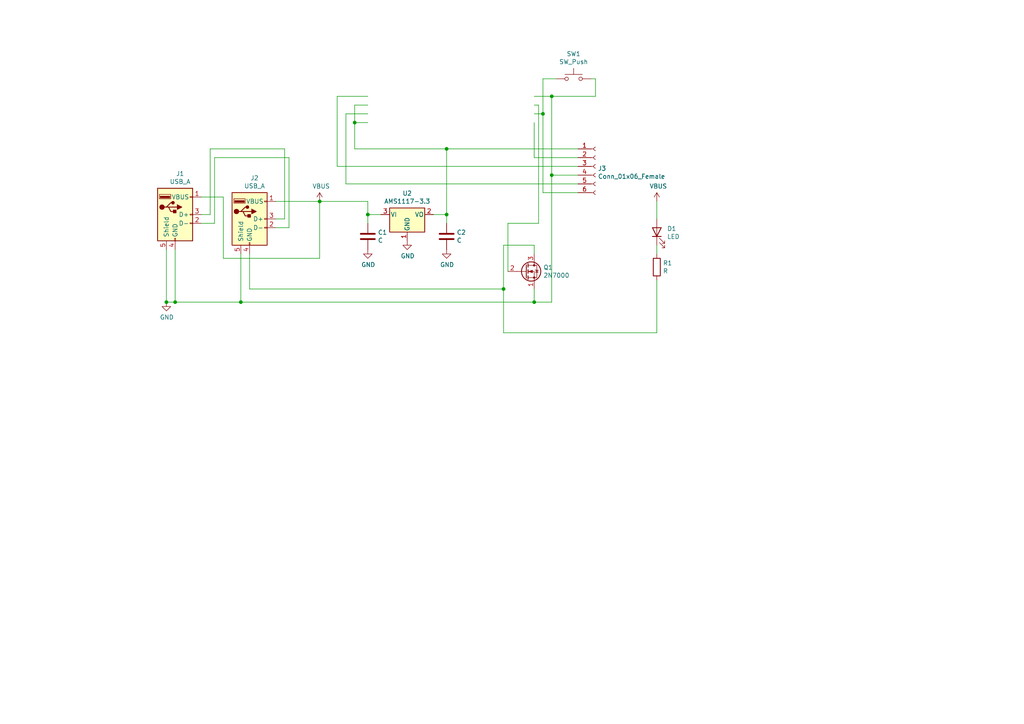
<source format=kicad_sch>
(kicad_sch (version 20211123) (generator eeschema)
  (paper "A4")
  (title_block (title "Tasmota-Micro") (date "2020-02-04") (rev "0.0.3"))
  (lib_symbols
    (symbol "Connector:Conn_01x06_Female" (pin_names (offset 1.016) hide)
      (property "Reference" "J" (at 0 7.62 0))
      (property "Value" "Conn_01x06_Female" (at 0 -10.16 0))
      (symbol "Conn_01x06_Female_1_1"
        (arc (start 0 -7.112) (mid -0.508 -7.62) (end 0 -8.128) (stroke (width 0.1524)))
        (arc (start 0 -4.572) (mid -0.508 -5.08) (end 0 -5.588) (stroke (width 0.1524)))
        (arc (start 0 -2.032) (mid -0.508 -2.54) (end 0 -3.048) (stroke (width 0.1524)))
        (polyline (pts (xy -1.27 -7.62) (xy -0.508 -7.62)) (stroke (width 0.1524)))
        (polyline (pts (xy -1.27 -5.08) (xy -0.508 -5.08)) (stroke (width 0.1524)))
        (polyline (pts (xy -1.27 -2.54) (xy -0.508 -2.54)) (stroke (width 0.1524)))
        (polyline (pts (xy -1.27 0) (xy -0.508 0)) (stroke (width 0.1524)))
        (polyline (pts (xy -1.27 2.54) (xy -0.508 2.54)) (stroke (width 0.1524)))
        (polyline (pts (xy -1.27 5.08) (xy -0.508 5.08)) (stroke (width 0.1524)))
        (arc (start 0 0.508) (mid -0.508 0) (end 0 -0.508) (stroke (width 0.1524)))
        (arc (start 0 3.048) (mid -0.508 2.54) (end 0 2.032) (stroke (width 0.1524)))
        (arc (start 0 5.588) (mid -0.508 5.08) (end 0 4.572) (stroke (width 0.1524)))
        (pin passive line (at -5.08 5.08 0) (length 3.81) (name "Pin_1") (number "1"))
        (pin passive line (at -5.08 2.54 0) (length 3.81) (name "Pin_2") (number "2"))
        (pin passive line (at -5.08 0 0) (length 3.81) (name "Pin_3") (number "3"))
        (pin passive line (at -5.08 -2.54 0) (length 3.81) (name "Pin_4") (number "4"))
        (pin passive line (at -5.08 -5.08 0) (length 3.81) (name "Pin_5") (number "5"))
        (pin passive line (at -5.08 -7.62 0) (length 3.81) (name "Pin_6") (number "6"))
      )
    )
    (symbol "Connector:USB_A" (pin_names (offset 1.016))
      (property "Reference" "J" (at -5.08 11.43 0))
      (property "Value" "USB_A" (at -5.08 8.89 0))
      (symbol "USB_A_0_1"
        (rectangle (start -5.08 -7.62) (end 5.08 7.62) (stroke (width 0.254)) (fill (type background)))
        (circle (center -3.81 2.159) (radius 0.635) (stroke (width 0.254)) (fill (type outline)))
        (rectangle (start -1.524 4.826) (end -4.318 5.334) (fill (type outline)))
        (rectangle (start -1.27 4.572) (end -4.572 5.842))
        (circle (center -0.635 3.429) (radius 0.381) (stroke (width 0.254)) (fill (type outline)))
        (rectangle (start -0.127 -7.62) (end 0.127 -6.858))
        (polyline (pts (xy -3.175 2.159) (xy -2.54 2.159) (xy -1.27 3.429) (xy -0.635 3.429)) (stroke (width 0.254)))
        (polyline (pts (xy -2.54 2.159) (xy -1.905 2.159) (xy -1.27 0.889) (xy 0 0.889)) (stroke (width 0.254)))
        (polyline (pts (xy 0.635 2.794) (xy 0.635 1.524) (xy 1.905 2.159) (xy 0.635 2.794)) (stroke (width 0.254)) (fill (type outline)))
        (rectangle (start 0.254 1.27) (end -0.508 0.508) (stroke (width 0.254)) (fill (type outline)))
        (rectangle (start 5.08 -2.667) (end 4.318 -2.413))
        (rectangle (start 5.08 -0.127) (end 4.318 0.127))
        (rectangle (start 5.08 4.953) (end 4.318 5.207))
      )
      (symbol "USB_A_1_1"
        (polyline (pts (xy -1.905 2.159) (xy 0.635 2.159)) (stroke (width 0.254)))
        (pin power_in line (at 7.62 5.08 180) (length 2.54) (name "VBUS") (number "1"))
        (pin bidirectional line (at 7.62 -2.54 180) (length 2.54) (name "D-") (number "2"))
        (pin bidirectional line (at 7.62 0 180) (length 2.54) (name "D+") (number "3"))
        (pin power_in line (at 0 -10.16 90) (length 2.54) (name "GND") (number "4"))
        (pin passive line (at -2.54 -10.16 90) (length 2.54) (name "Shield") (number "5"))
      )
    )
    (symbol "Device:C" (pin_numbers hide) (pin_names (offset 0.254))
      (property "Reference" "C" (at 0.635 2.54 0))
      (property "Value" "C" (at 0.635 -2.54 0))
      (symbol "C_0_1"
        (polyline (pts (xy -2.032 -0.762) (xy 2.032 -0.762)) (stroke (width 0.508)))
        (polyline (pts (xy -2.032 0.762) (xy 2.032 0.762)) (stroke (width 0.508)))
      )
      (symbol "C_1_1"
        (pin passive line (at 0 3.81 270) (length 2.794) (name "~") (number "1"))
        (pin passive line (at 0 -3.81 90) (length 2.794) (name "~") (number "2"))
      )
    )
    (symbol "Device:LED" (pin_numbers hide) (pin_names (offset 1.016) hide)
      (property "Reference" "D" (at 0 2.54 0))
      (property "Value" "LED" (at 0 -2.54 0))
      (symbol "LED_0_1"
        (polyline (pts (xy -1.27 -1.27) (xy -1.27 1.27)) (stroke (width 0.254)))
        (polyline (pts (xy -1.27 0) (xy 1.27 0)))
        (polyline (pts (xy 1.27 -1.27) (xy 1.27 1.27) (xy -1.27 0) (xy 1.27 -1.27)) (stroke (width 0.254)))
        (polyline (pts (xy -3.048 -0.762) (xy -4.572 -2.286) (xy -3.81 -2.286) (xy -4.572 -2.286) (xy -4.572 -1.524)))
        (polyline (pts (xy -1.778 -0.762) (xy -3.302 -2.286) (xy -2.54 -2.286) (xy -3.302 -2.286) (xy -3.302 -1.524)))
      )
      (symbol "LED_1_1"
        (pin passive line (at -3.81 0 0) (length 2.54) (name "K") (number "1"))
        (pin passive line (at 3.81 0 180) (length 2.54) (name "A") (number "2"))
      )
    )
    (symbol "Device:R" (pin_numbers hide) (pin_names (offset 0))
      (property "Reference" "R" (at 2.032 0 90))
      (property "Value" "R" (at 0 0 90))
      (symbol "R_0_1"
        (rectangle (start -1.016 -2.54) (end 1.016 2.54) (stroke (width 0.254)))
      )
      (symbol "R_1_1"
        (pin passive line (at 0 3.81 270) (length 1.27) (name "~") (number "1"))
        (pin passive line (at 0 -3.81 90) (length 1.27) (name "~") (number "2"))
      )
    )
    (symbol "Regulator_Linear:AMS1117-3.3" (pin_names (offset 0.254))
      (property "Reference" "U" (at -3.81 3.175 0))
      (property "Value" "AMS1117-3.3" (at 0 3.175 0))
      (symbol "AMS1117-3.3_0_1"
        (rectangle (start -5.08 -5.08) (end 5.08 1.905) (stroke (width 0.254)) (fill (type background)))
      )
      (symbol "AMS1117-3.3_1_1"
        (pin power_in line (at 0 -7.62 90) (length 2.54) (name "GND") (number "1"))
        (pin power_out line (at 7.62 0 180) (length 2.54) (name "VO") (number "2"))
        (pin power_in line (at -7.62 0 0) (length 2.54) (name "VI") (number "3"))
      )
    )
    (symbol "Switch:SW_Push" (pin_numbers hide) (pin_names (offset 1.016) hide)
      (property "Reference" "SW" (at 1.27 2.54 0))
      (property "Value" "SW_Push" (at 0 -1.524 0))
      (symbol "SW_Push_0_1"
        (circle (center -2.032 0) (radius 0.508))
        (polyline (pts (xy 0 1.27) (xy 0 3.048)))
        (polyline (pts (xy 2.54 1.27) (xy -2.54 1.27)))
        (circle (center 2.032 0) (radius 0.508))
        (pin passive line (at -5.08 0 0) (length 2.54) (name "1") (number "1"))
        (pin passive line (at 5.08 0 180) (length 2.54) (name "2") (number "2"))
      )
    )
    (symbol "Transistor_FET:2N7000" (pin_names hide)
      (property "Reference" "Q" (at 5.08 1.905 0))
      (property "Value" "2N7000" (at 5.08 0 0))
      (symbol "2N7000_0_1"
        (polyline (pts (xy 0.254 0) (xy -2.54 0)))
        (polyline (pts (xy 0.254 1.905) (xy 0.254 -1.905)) (stroke (width 0.254)))
        (polyline (pts (xy 0.762 -1.27) (xy 0.762 -2.286)) (stroke (width 0.254)))
        (polyline (pts (xy 0.762 0.508) (xy 0.762 -0.508)) (stroke (width 0.254)))
        (polyline (pts (xy 0.762 2.286) (xy 0.762 1.27)) (stroke (width 0.254)))
        (polyline (pts (xy 2.54 2.54) (xy 2.54 1.778)))
        (polyline (pts (xy 2.54 -2.54) (xy 2.54 0) (xy 0.762 0)))
        (polyline (pts (xy 0.762 -1.778) (xy 3.302 -1.778) (xy 3.302 1.778) (xy 0.762 1.778)))
        (polyline (pts (xy 1.016 0) (xy 2.032 0.381) (xy 2.032 -0.381) (xy 1.016 0)) (fill (type outline)))
        (polyline (pts (xy 2.794 0.508) (xy 2.921 0.381) (xy 3.683 0.381) (xy 3.81 0.254)))
        (polyline (pts (xy 3.302 0.381) (xy 2.921 -0.254) (xy 3.683 -0.254) (xy 3.302 0.381)))
        (circle (center 1.651 0) (radius 2.794) (stroke (width 0.254)))
        (circle (center 2.54 -1.778) (radius 0.254) (fill (type outline)))
        (circle (center 2.54 1.778) (radius 0.254) (fill (type outline)))
      )
      (symbol "2N7000_1_1"
        (pin passive line (at 2.54 -5.08 90) (length 2.54) (name "S") (number "1"))
        (pin input line (at -5.08 0 0) (length 2.54) (name "G") (number "2"))
        (pin passive line (at 2.54 5.08 270) (length 2.54) (name "D") (number "3"))
      )
    )
    (symbol "power:GND" (power) (pin_names (offset 0))
      (property "Value" "GND" (at 0 -3.81 0))
      (symbol "GND_0_1"
        (polyline (pts (xy 0 0) (xy 0 -1.27) (xy 1.27 -1.27) (xy 0 -2.54) (xy -1.27 -1.27) (xy 0 -1.27)))
      )
      (symbol "GND_1_1"
        (pin power_in line (at 0 0 270) (length 0) hide (name "GND") (number "1"))
      )
    )
    (symbol "power:VBUS" (power) (pin_names (offset 0))
      (property "Value" "VBUS" (at 0 3.81 0))
      (symbol "VBUS_0_1"
        (polyline (pts (xy -0.762 1.27) (xy 0 2.54)))
        (polyline (pts (xy 0 0) (xy 0 2.54)))
        (polyline (pts (xy 0 2.54) (xy 0.762 1.27)))
      )
      (symbol "VBUS_1_1"
        (pin power_in line (at 0 0 90) (length 0) hide (name "VBUS") (number "1"))
      )
    )
  )
  (junction (at 129.54 43.18))
  (junction (at 69.85 87.63))
  (junction (at 154.94 87.63))
  (junction (at 160.02 27.94))
  (junction (at 129.54 62.23))
  (junction (at 50.8 87.63))
  (junction (at 157.48 33.02))
  (junction (at 48.26 87.63))
  (junction (at 106.68 62.23))
  (junction (at 160.02 50.8))
  (junction (at 146.05 83.82))
  (junction (at 102.87 35.56))
  (junction (at 92.71 58.42))
  (wire (pts (xy 167.64 48.26) (xy 97.79 48.26)))
  (wire (pts (xy 72.39 73.66) (xy 72.39 83.82)))
  (wire (pts (xy 106.68 62.23) (xy 106.68 64.77)))
  (wire (pts (xy 58.42 57.15) (xy 64.77 57.15)))
  (wire (pts (xy 157.48 22.86) (xy 161.29 22.86)))
  (wire (pts (xy 160.02 50.8) (xy 160.02 87.63)))
  (wire (pts (xy 102.87 30.48) (xy 102.87 35.56)))
  (wire (pts (xy 146.05 71.12) (xy 154.94 71.12)))
  (wire (pts (xy 100.33 53.34) (xy 167.64 53.34)))
  (wire (pts (xy 110.49 62.23) (xy 106.68 62.23)))
  (wire (pts (xy 83.82 45.72) (xy 62.23 45.72)))
  (wire (pts (xy 157.48 33.02) (xy 157.48 55.88)))
  (wire (pts (xy 102.87 43.18) (xy 129.54 43.18)))
  (wire (pts (xy 147.32 64.77) (xy 147.32 78.74)))
  (wire (pts (xy 154.94 33.02) (xy 157.48 33.02)))
  (wire (pts (xy 102.87 43.18) (xy 102.87 35.56)))
  (wire (pts (xy 167.64 45.72) (xy 154.94 45.72)))
  (wire (pts (xy 154.94 30.48) (xy 156.21 30.48)))
  (wire (pts (xy 64.77 74.93) (xy 92.71 74.93)))
  (wire (pts (xy 62.23 64.77) (xy 58.42 64.77)))
  (wire (pts (xy 160.02 27.94) (xy 160.02 50.8)))
  (wire (pts (xy 69.85 87.63) (xy 50.8 87.63)))
  (wire (pts (xy 156.21 64.77) (xy 147.32 64.77)))
  (wire (pts (xy 190.5 73.66) (xy 190.5 71.12)))
  (wire (pts (xy 102.87 35.56) (xy 106.68 35.56)))
  (wire (pts (xy 58.42 62.23) (xy 60.96 62.23)))
  (wire (pts (xy 167.64 50.8) (xy 160.02 50.8)))
  (wire (pts (xy 97.79 48.26) (xy 97.79 27.94)))
  (wire (pts (xy 190.5 81.28) (xy 190.5 96.52)))
  (wire (pts (xy 62.23 45.72) (xy 62.23 64.77)))
  (wire (pts (xy 69.85 87.63) (xy 154.94 87.63)))
  (wire (pts (xy 157.48 22.86) (xy 157.48 33.02)))
  (wire (pts (xy 156.21 30.48) (xy 156.21 64.77)))
  (wire (pts (xy 60.96 43.18) (xy 82.55 43.18)))
  (wire (pts (xy 146.05 83.82) (xy 146.05 71.12)))
  (wire (pts (xy 92.71 58.42) (xy 106.68 58.42)))
  (wire (pts (xy 129.54 62.23) (xy 129.54 43.18)))
  (wire (pts (xy 154.94 27.94) (xy 160.02 27.94)))
  (wire (pts (xy 69.85 73.66) (xy 69.85 87.63)))
  (wire (pts (xy 129.54 62.23) (xy 125.73 62.23)))
  (wire (pts (xy 92.71 58.42) (xy 80.01 58.42)))
  (wire (pts (xy 167.64 43.18) (xy 129.54 43.18)))
  (wire (pts (xy 106.68 30.48) (xy 102.87 30.48)))
  (wire (pts (xy 50.8 87.63) (xy 48.26 87.63)))
  (wire (pts (xy 97.79 27.94) (xy 106.68 27.94)))
  (wire (pts (xy 72.39 83.82) (xy 146.05 83.82)))
  (wire (pts (xy 129.54 64.77) (xy 129.54 62.23)))
  (wire (pts (xy 100.33 33.02) (xy 100.33 53.34)))
  (wire (pts (xy 160.02 87.63) (xy 154.94 87.63)))
  (wire (pts (xy 60.96 62.23) (xy 60.96 43.18)))
  (wire (pts (xy 92.71 74.93) (xy 92.71 58.42)))
  (wire (pts (xy 172.72 27.94) (xy 160.02 27.94)))
  (wire (pts (xy 154.94 45.72) (xy 154.94 35.56)))
  (wire (pts (xy 48.26 72.39) (xy 48.26 87.63)))
  (wire (pts (xy 167.64 55.88) (xy 157.48 55.88)))
  (wire (pts (xy 80.01 66.04) (xy 83.82 66.04)))
  (wire (pts (xy 154.94 71.12) (xy 154.94 73.66)))
  (wire (pts (xy 106.68 62.23) (xy 106.68 58.42)))
  (wire (pts (xy 146.05 96.52) (xy 146.05 83.82)))
  (wire (pts (xy 171.45 22.86) (xy 172.72 22.86)))
  (wire (pts (xy 190.5 96.52) (xy 146.05 96.52)))
  (wire (pts (xy 64.77 57.15) (xy 64.77 74.93)))
  (wire (pts (xy 154.94 83.82) (xy 154.94 87.63)))
  (wire (pts (xy 82.55 63.5) (xy 80.01 63.5)))
  (wire (pts (xy 190.5 58.42) (xy 190.5 63.5)))
  (wire (pts (xy 82.55 43.18) (xy 82.55 63.5)))
  (wire (pts (xy 100.33 33.02) (xy 106.68 33.02)))
  (wire (pts (xy 172.72 22.86) (xy 172.72 27.94)))
  (wire (pts (xy 50.8 72.39) (xy 50.8 87.63)))
  (wire (pts (xy 83.82 66.04) (xy 83.82 45.72)))
  (symbol (lib_id "Connector:USB_A") (at 50.8 62.23 0) (unit 1)
    (property "Reference" "J1" (at 52.2478 50.3682 0))
    (property "Value" "USB_A" (at 52.2478 52.6796 0))
    (property "Footprint" "Connector_USB:USB_A_CNCTech_1001-011-01101_Horizontal" (effects hide))
    (property "Datasheet" " ~" (effects hide))
  )
  (symbol (lib_id "Connector:USB_A") (at 72.39 63.5 0) (unit 1)
    (property "Reference" "J2" (at 73.8378 51.6382 0))
    (property "Value" "USB_A" (at 73.8378 53.9496 0))
    (property "Footprint" "Connector_USB:USB3_A_Molex_48393-001" (effects hide))
    (property "Datasheet" " ~" (effects hide))
  )
  (symbol (lib_id "power:GND") (at 48.26 87.63 0) (unit 1)
    (property "Reference" "#PWR0101" (effects hide))
    (property "Value" "GND" (at 48.387 92.0242 0))
  )
  (symbol (lib_id "power:VBUS") (at 92.71 58.42 0) (unit 1)
    (property "Reference" "#PWR0102" (effects hide))
    (property "Value" "VBUS" (at 93.1418 54.0258 0))
  )
  (symbol (lib_id "ESP8266:ESP-01v090") (at 130.81 31.75 0) (unit 1)
    (property "Reference" "U1" (at 130.81 18.669 0))
    (property "Value" "ESP-01v090" (at 130.81 20.9804 0))
    (property "Footprint" "ESP8266:ESP-01" (effects hide))
    (property "Datasheet" "http://l0l.org.uk/2014/12/esp8266-modules-hardware-guide-gotta-catch-em-all/" (effects hide))
  )
  (symbol (lib_id "Connector:Conn_01x06_Female") (at 172.72 48.26 0) (unit 1)
    (property "Reference" "J3" (at 173.4312 48.8696 0) (effects (justify left)))
    (property "Value" "Conn_01x06_Female" (at 173.4312 51.181 0) (effects (justify left)))
    (property "Footprint" "Connector_PinSocket_2.54mm:PinSocket_1x06_P2.54mm_Vertical" (effects hide))
  )
  (symbol (lib_id "Transistor_FET:2N7000") (at 152.4 78.74 0) (unit 1)
    (property "Reference" "Q1" (at 157.5816 77.5716 0) (effects (justify left)))
    (property "Value" "2N7000" (at 157.5816 79.883 0) (effects (justify left)))
    (property "Footprint" "Package_TO_SOT_THT:TO-92_Inline" (effects hide))
    (property "Datasheet" "https://www.fairchildsemi.com/datasheets/2N/2N7000.pdf" (effects hide))
  )
  (symbol (lib_id "Regulator_Linear:AMS1117-3.3") (at 118.11 62.23 0) (unit 1)
    (property "Reference" "U2" (at 118.11 56.0832 0))
    (property "Value" "AMS1117-3.3" (at 118.11 58.3946 0))
    (property "Footprint" "Package_TO_SOT_SMD:SOT-223-3_TabPin2" (effects hide))
    (property "Datasheet" "http://www.advanced-monolithic.com/pdf/ds1117.pdf" (effects hide))
  )
  (symbol (lib_id "Device:C") (at 106.68 68.58 0) (unit 1)
    (property "Reference" "C1" (at 109.601 67.4116 0) (effects (justify left)))
    (property "Value" "C" (at 109.601 69.723 0) (effects (justify left)))
    (property "Footprint" "Capacitor_SMD:C_0603_1608Metric_Pad1.05x0.95mm_HandSolder" (effects hide))
  )
  (symbol (lib_id "Device:C") (at 129.54 68.58 0) (unit 1)
    (property "Reference" "C2" (at 132.461 67.4116 0) (effects (justify left)))
    (property "Value" "C" (at 132.461 69.723 0) (effects (justify left)))
    (property "Footprint" "Capacitor_SMD:C_0603_1608Metric_Pad1.05x0.95mm_HandSolder" (effects hide))
  )
  (symbol (lib_id "power:GND") (at 129.54 72.39 0) (unit 1)
    (property "Reference" "#PWR0103" (effects hide))
    (property "Value" "GND" (at 129.667 76.7842 0))
  )
  (symbol (lib_id "power:GND") (at 118.11 69.85 0) (unit 1)
    (property "Reference" "#PWR0104" (effects hide))
    (property "Value" "GND" (at 118.237 74.2442 0))
  )
  (symbol (lib_id "power:GND") (at 106.68 72.39 0) (unit 1)
    (property "Reference" "#PWR0105" (effects hide))
    (property "Value" "GND" (at 106.807 76.7842 0))
  )
  (symbol (lib_id "Device:LED") (at 190.5 67.31 90) (unit 1)
    (property "Reference" "D1" (at 193.4718 66.3194 90) (effects (justify right)))
    (property "Value" "LED" (at 193.4718 68.6308 90) (effects (justify right)))
    (property "Footprint" "LED_SMD:LED_0805_2012Metric_Pad1.15x1.40mm_HandSolder" (effects hide))
  )
  (symbol (lib_id "Device:R") (at 190.5 77.47 0) (unit 1)
    (property "Reference" "R1" (at 192.278 76.3016 0) (effects (justify left)))
    (property "Value" "R" (at 192.278 78.613 0) (effects (justify left)))
    (property "Footprint" "Resistor_SMD:R_0805_2012Metric_Pad1.15x1.40mm_HandSolder" (effects hide))
  )
  (symbol (lib_id "Switch:SW_Push") (at 166.37 22.86 0) (unit 1)
    (property "Reference" "SW1" (at 166.37 15.621 0))
    (property "Value" "SW_Push" (at 166.37 17.9324 0))
    (property "Footprint" "Button_Switch_THT:SW_Tactile_SPST_Angled_PTS645Vx31-2LFS" (effects hide))
  )
  (symbol (lib_id "power:VBUS") (at 190.5 58.42 0) (unit 1)
    (property "Reference" "#PWR0106" (effects hide))
    (property "Value" "VBUS" (at 190.9318 54.0258 0))
  )
)
</source>
